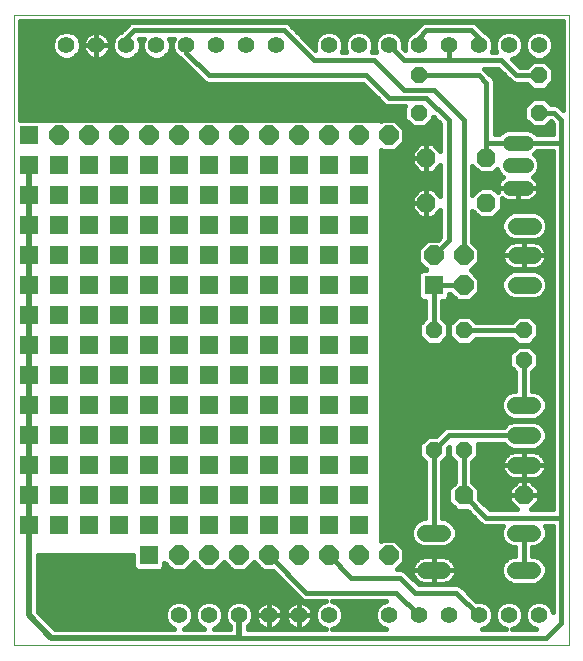
<source format=gtl>
G75*
G70*
%OFA0B0*%
%FSLAX24Y24*%
%IPPOS*%
%LPD*%
%AMOC8*
5,1,8,0,0,1.08239X$1,22.5*
%
%ADD10C,0.0000*%
%ADD11C,0.0555*%
%ADD12C,0.0560*%
%ADD13C,0.0516*%
%ADD14OC8,0.0560*%
%ADD15R,0.0640X0.0640*%
%ADD16OC8,0.0640*%
%ADD17OC8,0.0630*%
%ADD18C,0.0160*%
%ADD19R,0.0600X0.0600*%
%ADD20C,0.0200*%
%ADD21C,0.0400*%
D10*
X000181Y000343D02*
X000181Y021343D01*
X018681Y021343D01*
X018681Y000343D01*
X000181Y000343D01*
D11*
X005681Y001343D03*
X006681Y001343D03*
X007681Y001343D03*
X008681Y001343D03*
X009681Y001343D03*
X010681Y001343D03*
X012681Y001343D03*
X013681Y001343D03*
X014681Y001343D03*
X015681Y001343D03*
X016681Y001343D03*
X017681Y001343D03*
X017681Y020343D03*
X016681Y020343D03*
X015681Y020343D03*
X014681Y020343D03*
X013681Y020343D03*
X012681Y020343D03*
X011681Y020343D03*
X010681Y020343D03*
X008931Y020343D03*
X007931Y020343D03*
X006931Y020343D03*
X005931Y020343D03*
X004931Y020343D03*
X003931Y020343D03*
X002931Y020343D03*
X001931Y020343D03*
D12*
X016912Y014326D02*
X017472Y014326D01*
X017472Y013342D02*
X016912Y013342D01*
X016912Y012358D02*
X017472Y012358D01*
X017461Y008343D02*
X016901Y008343D01*
X016901Y007343D02*
X017461Y007343D01*
X017461Y006343D02*
X016901Y006343D01*
X016901Y004093D02*
X017461Y004093D01*
X017461Y002843D02*
X016901Y002843D01*
X014461Y002843D02*
X013901Y002843D01*
X013901Y004093D02*
X014461Y004093D01*
D13*
X016723Y015591D02*
X017238Y015591D01*
X017238Y016343D02*
X016723Y016343D01*
X016723Y017091D02*
X017238Y017091D01*
D14*
X017681Y018093D03*
X017681Y019343D03*
X013681Y019343D03*
X013681Y018093D03*
X014181Y010843D03*
X015181Y010843D03*
X017181Y010843D03*
X017181Y009843D03*
X015181Y006843D03*
X014181Y006843D03*
D15*
X014181Y012343D03*
X000681Y017343D03*
X004681Y003343D03*
D16*
X005681Y003343D03*
X006681Y003343D03*
X007681Y003343D03*
X008681Y003343D03*
X009681Y003343D03*
X010681Y003343D03*
X011681Y003343D03*
X012681Y003343D03*
X015181Y012343D03*
X015181Y013343D03*
X014181Y013343D03*
X012681Y017343D03*
X011681Y017343D03*
X010681Y017343D03*
X009681Y017343D03*
X008681Y017343D03*
X007681Y017343D03*
X006681Y017343D03*
X005681Y017343D03*
X004681Y017343D03*
X003681Y017343D03*
X002681Y017343D03*
X001681Y017343D03*
D17*
X013931Y016593D03*
X015931Y016593D03*
X015931Y015093D03*
X013931Y015093D03*
X015181Y005343D03*
X017181Y005343D03*
D18*
X017181Y005342D01*
X016686Y005342D01*
X016686Y005138D01*
X016951Y004873D01*
X016047Y004873D01*
X015696Y005224D01*
X015696Y005556D01*
X015461Y005791D01*
X015461Y006444D01*
X015661Y006644D01*
X015661Y007041D01*
X015640Y007063D01*
X016503Y007063D01*
X016629Y006936D01*
X016806Y006863D01*
X017557Y006863D01*
X017733Y006936D01*
X017868Y007071D01*
X017941Y007247D01*
X017941Y007438D01*
X017868Y007615D01*
X017733Y007750D01*
X017557Y007823D01*
X016806Y007823D01*
X016629Y007750D01*
X016503Y007623D01*
X014737Y007623D01*
X014626Y007623D01*
X014523Y007580D01*
X014265Y007323D01*
X013983Y007323D01*
X013701Y007041D01*
X013701Y006644D01*
X013901Y006444D01*
X013901Y004573D01*
X013806Y004573D01*
X013629Y004500D01*
X013494Y004365D01*
X013421Y004188D01*
X013421Y003997D01*
X013494Y003821D01*
X013629Y003686D01*
X013806Y003613D01*
X014557Y003613D01*
X014733Y003686D01*
X014868Y003821D01*
X014941Y003997D01*
X014941Y004188D01*
X014868Y004365D01*
X014733Y004500D01*
X014557Y004573D01*
X014461Y004573D01*
X014461Y006444D01*
X014661Y006644D01*
X014661Y006927D01*
X014701Y006967D01*
X014701Y006644D01*
X014901Y006444D01*
X014901Y005791D01*
X014666Y005556D01*
X014666Y005129D01*
X014968Y004828D01*
X015300Y004828D01*
X015694Y004434D01*
X015773Y004355D01*
X015876Y004313D01*
X016473Y004313D01*
X016421Y004188D01*
X016421Y003997D01*
X016494Y003821D01*
X016629Y003686D01*
X016806Y003613D01*
X016901Y003613D01*
X016901Y003323D01*
X016806Y003323D01*
X016629Y003250D01*
X016494Y003115D01*
X016421Y002938D01*
X016421Y002747D01*
X016494Y002571D01*
X016629Y002436D01*
X016806Y002363D01*
X017557Y002363D01*
X017733Y002436D01*
X017868Y002571D01*
X017941Y002747D01*
X017941Y002938D01*
X017868Y003115D01*
X017733Y003250D01*
X017557Y003323D01*
X017461Y003323D01*
X017461Y003613D01*
X017557Y003613D01*
X017733Y003686D01*
X017868Y003821D01*
X017941Y003997D01*
X017941Y004188D01*
X017890Y004313D01*
X018151Y004313D01*
X018151Y001456D01*
X018086Y001613D01*
X017952Y001747D01*
X017776Y001820D01*
X017586Y001820D01*
X017411Y001747D01*
X017277Y001613D01*
X017204Y001438D01*
X017204Y001248D01*
X017277Y001072D01*
X017411Y000938D01*
X017569Y000873D01*
X016794Y000873D01*
X016952Y000938D01*
X017086Y001072D01*
X017159Y001248D01*
X017159Y001438D01*
X017086Y001613D01*
X016952Y001747D01*
X016776Y001820D01*
X016586Y001820D01*
X016411Y001747D01*
X016277Y001613D01*
X016204Y001438D01*
X016204Y001248D01*
X016277Y001072D01*
X016411Y000938D01*
X016569Y000873D01*
X015794Y000873D01*
X015952Y000938D01*
X016086Y001072D01*
X016159Y001248D01*
X016159Y001438D01*
X016086Y001613D01*
X015952Y001747D01*
X015776Y001820D01*
X015600Y001820D01*
X015169Y002251D01*
X015090Y002330D01*
X014987Y002373D01*
X013672Y002373D01*
X013294Y002751D01*
X013215Y002830D01*
X013112Y002873D01*
X012947Y002873D01*
X013201Y003127D01*
X013201Y003558D01*
X012897Y003863D01*
X012466Y003863D01*
X012431Y003828D01*
X012431Y016857D01*
X012466Y016823D01*
X012897Y016823D01*
X013201Y017127D01*
X013201Y017558D01*
X012897Y017863D01*
X012466Y017863D01*
X012431Y017828D01*
X012431Y017843D01*
X011917Y017843D01*
X011897Y017863D01*
X011466Y017863D01*
X011446Y017843D01*
X010917Y017843D01*
X010897Y017863D01*
X010466Y017863D01*
X010446Y017843D01*
X009917Y017843D01*
X009897Y017863D01*
X009466Y017863D01*
X009446Y017843D01*
X008917Y017843D01*
X008897Y017863D01*
X008466Y017863D01*
X008446Y017843D01*
X007917Y017843D01*
X007897Y017863D01*
X007466Y017863D01*
X007446Y017843D01*
X006917Y017843D01*
X006897Y017863D01*
X006466Y017863D01*
X006446Y017843D01*
X005917Y017843D01*
X005897Y017863D01*
X005466Y017863D01*
X005446Y017843D01*
X004917Y017843D01*
X004897Y017863D01*
X004466Y017863D01*
X004446Y017843D01*
X003917Y017843D01*
X003897Y017863D01*
X003466Y017863D01*
X003446Y017843D01*
X002917Y017843D01*
X002897Y017863D01*
X002466Y017863D01*
X002446Y017843D01*
X001917Y017843D01*
X001897Y017863D01*
X001466Y017863D01*
X001446Y017843D01*
X001104Y017843D01*
X001084Y017863D01*
X000381Y017863D01*
X000381Y021143D01*
X018481Y021143D01*
X018481Y018189D01*
X018340Y018330D01*
X018237Y018373D01*
X018126Y018373D01*
X018080Y018373D01*
X017880Y018573D01*
X017483Y018573D01*
X017201Y018291D01*
X017201Y017894D01*
X017483Y017613D01*
X017880Y017613D01*
X018073Y017805D01*
X018151Y017727D01*
X018151Y017373D01*
X017604Y017373D01*
X017498Y017479D01*
X017329Y017548D01*
X016632Y017548D01*
X016464Y017479D01*
X016357Y017373D01*
X016211Y017373D01*
X016211Y019037D01*
X016211Y019148D01*
X016169Y019251D01*
X015919Y019501D01*
X015857Y019563D01*
X016315Y019563D01*
X016694Y019184D01*
X016773Y019105D01*
X016876Y019063D01*
X017283Y019063D01*
X017483Y018863D01*
X017880Y018863D01*
X018161Y019144D01*
X018161Y019541D01*
X017880Y019823D01*
X017483Y019823D01*
X017283Y019623D01*
X017047Y019623D01*
X016796Y019874D01*
X016952Y019938D01*
X017086Y020072D01*
X017159Y020248D01*
X017159Y020438D01*
X017086Y020613D01*
X016952Y020747D01*
X016776Y020820D01*
X016586Y020820D01*
X016411Y020747D01*
X016277Y020613D01*
X016204Y020438D01*
X016204Y020248D01*
X016256Y020123D01*
X016107Y020123D01*
X016159Y020248D01*
X016159Y020438D01*
X016086Y020613D01*
X015952Y020747D01*
X015902Y020768D01*
X015840Y020830D01*
X015840Y020830D01*
X015590Y021080D01*
X015487Y021123D01*
X015376Y021123D01*
X013876Y021123D01*
X013773Y021080D01*
X013694Y021001D01*
X013523Y020830D01*
X013523Y020830D01*
X013461Y020768D01*
X013411Y020747D01*
X013277Y020613D01*
X013204Y020438D01*
X013204Y020248D01*
X013226Y020194D01*
X013159Y020261D01*
X013159Y020438D01*
X013086Y020613D01*
X012952Y020747D01*
X012776Y020820D01*
X012586Y020820D01*
X012411Y020747D01*
X012277Y020613D01*
X012204Y020438D01*
X012204Y020248D01*
X012260Y020113D01*
X012237Y020123D01*
X012126Y020123D01*
X012107Y020123D01*
X012159Y020248D01*
X012159Y020438D01*
X012086Y020613D01*
X011952Y020747D01*
X011776Y020820D01*
X011586Y020820D01*
X011411Y020747D01*
X011277Y020613D01*
X011204Y020438D01*
X011204Y020248D01*
X011256Y020123D01*
X011107Y020123D01*
X011159Y020248D01*
X011159Y020438D01*
X011086Y020613D01*
X010952Y020747D01*
X010776Y020820D01*
X010586Y020820D01*
X010411Y020747D01*
X010277Y020613D01*
X010204Y020438D01*
X010204Y020248D01*
X010226Y020194D01*
X009340Y021080D01*
X009237Y021123D01*
X009126Y021123D01*
X004126Y021123D01*
X004023Y021080D01*
X003944Y021001D01*
X003711Y020768D01*
X003661Y020747D01*
X003527Y020613D01*
X003454Y020438D01*
X003454Y020248D01*
X003527Y020072D01*
X003661Y019938D01*
X003836Y019865D01*
X004026Y019865D01*
X004202Y019938D01*
X004336Y020072D01*
X004409Y020248D01*
X004409Y020438D01*
X004357Y020563D01*
X004506Y020563D01*
X004454Y020438D01*
X004454Y020248D01*
X004527Y020072D01*
X004661Y019938D01*
X004836Y019865D01*
X005026Y019865D01*
X005202Y019938D01*
X005336Y020072D01*
X005409Y020248D01*
X005409Y020438D01*
X005357Y020563D01*
X005506Y020563D01*
X005454Y020438D01*
X005454Y020248D01*
X005527Y020072D01*
X005661Y019938D01*
X005711Y019917D01*
X005773Y019855D01*
X006444Y019184D01*
X006523Y019105D01*
X006626Y019063D01*
X011815Y019063D01*
X012444Y018434D01*
X012523Y018355D01*
X012626Y018313D01*
X013223Y018313D01*
X013201Y018291D01*
X013201Y017894D01*
X013483Y017613D01*
X013880Y017613D01*
X014161Y017894D01*
X014161Y017967D01*
X014401Y017727D01*
X014401Y016823D01*
X014136Y017088D01*
X013932Y017088D01*
X013932Y016593D01*
X013931Y016593D01*
X013931Y016592D01*
X013932Y016592D01*
X013932Y016098D01*
X014136Y016098D01*
X014401Y016363D01*
X014401Y015323D01*
X014136Y015588D01*
X013932Y015588D01*
X013932Y015093D01*
X013931Y015093D01*
X013931Y015092D01*
X013932Y015092D01*
X013932Y014598D01*
X014136Y014598D01*
X014401Y014863D01*
X014401Y013959D01*
X014305Y013863D01*
X013966Y013863D01*
X013661Y013558D01*
X013661Y013127D01*
X013926Y012863D01*
X013779Y012863D01*
X013661Y012746D01*
X013661Y011940D01*
X013779Y011823D01*
X013901Y011823D01*
X013901Y011241D01*
X013701Y011041D01*
X013701Y010644D01*
X013983Y010363D01*
X014380Y010363D01*
X014661Y010644D01*
X014661Y011041D01*
X014461Y011241D01*
X014461Y011823D01*
X014584Y011823D01*
X014701Y011940D01*
X014701Y012063D01*
X014726Y012063D01*
X014966Y011823D01*
X015397Y011823D01*
X015701Y012127D01*
X015701Y012558D01*
X015417Y012843D01*
X015701Y013127D01*
X015701Y013558D01*
X015461Y013798D01*
X015461Y014834D01*
X015718Y014578D01*
X016145Y014578D01*
X016446Y014879D01*
X016446Y015250D01*
X016493Y015216D01*
X016555Y015185D01*
X016620Y015164D01*
X016688Y015153D01*
X016980Y015153D01*
X016980Y015590D01*
X016981Y015590D01*
X016981Y015153D01*
X017273Y015153D01*
X017341Y015164D01*
X017406Y015185D01*
X017468Y015216D01*
X017524Y015257D01*
X017572Y015305D01*
X017613Y015361D01*
X017644Y015423D01*
X017665Y015488D01*
X017676Y015556D01*
X017676Y015590D01*
X016981Y015590D01*
X016981Y015591D01*
X017676Y015591D01*
X017676Y015625D01*
X017665Y015693D01*
X017644Y015759D01*
X017613Y015820D01*
X017572Y015876D01*
X017524Y015925D01*
X017488Y015951D01*
X017498Y015955D01*
X017626Y016083D01*
X017696Y016252D01*
X017696Y016434D01*
X017626Y016602D01*
X017512Y016717D01*
X017608Y016813D01*
X018151Y016813D01*
X018151Y004873D01*
X017411Y004873D01*
X017676Y005138D01*
X017676Y005342D01*
X017182Y005342D01*
X017182Y005343D01*
X017676Y005343D01*
X017676Y005548D01*
X017386Y005838D01*
X017182Y005838D01*
X017182Y005343D01*
X017181Y005343D01*
X016686Y005343D01*
X016686Y005548D01*
X016976Y005838D01*
X017181Y005838D01*
X017181Y005343D01*
X017181Y005416D02*
X017182Y005416D01*
X017181Y005575D02*
X017182Y005575D01*
X017181Y005733D02*
X017182Y005733D01*
X017181Y005883D02*
X016865Y005883D01*
X016794Y005894D01*
X016725Y005916D01*
X016660Y005949D01*
X016602Y005992D01*
X016551Y006043D01*
X016508Y006102D01*
X016475Y006166D01*
X016453Y006235D01*
X016441Y006306D01*
X016441Y006342D01*
X017181Y006342D01*
X017182Y006342D01*
X017182Y006343D01*
X017921Y006343D01*
X017921Y006379D01*
X017910Y006450D01*
X017888Y006519D01*
X017855Y006584D01*
X017812Y006642D01*
X017761Y006694D01*
X017702Y006736D01*
X017638Y006769D01*
X017569Y006791D01*
X017498Y006803D01*
X017182Y006803D01*
X017182Y006343D01*
X017181Y006343D01*
X017181Y006342D01*
X017181Y005883D01*
X017182Y005883D02*
X017498Y005883D01*
X017569Y005894D01*
X017638Y005916D01*
X017702Y005949D01*
X017761Y005992D01*
X017812Y006043D01*
X017855Y006102D01*
X017888Y006166D01*
X017910Y006235D01*
X017921Y006306D01*
X017921Y006342D01*
X017182Y006342D01*
X017182Y005883D01*
X017181Y005892D02*
X017182Y005892D01*
X017181Y006050D02*
X017182Y006050D01*
X017181Y006209D02*
X017182Y006209D01*
X017181Y006343D02*
X016441Y006343D01*
X016441Y006379D01*
X016453Y006450D01*
X016475Y006519D01*
X016508Y006584D01*
X016551Y006642D01*
X016602Y006694D01*
X016660Y006736D01*
X016725Y006769D01*
X016794Y006791D01*
X016865Y006803D01*
X017181Y006803D01*
X017181Y006343D01*
X017181Y006367D02*
X017182Y006367D01*
X017181Y006526D02*
X017182Y006526D01*
X017181Y006684D02*
X017182Y006684D01*
X017770Y006684D02*
X018151Y006684D01*
X018151Y006526D02*
X017884Y006526D01*
X017921Y006367D02*
X018151Y006367D01*
X018151Y006209D02*
X017902Y006209D01*
X017817Y006050D02*
X018151Y006050D01*
X018151Y005892D02*
X017554Y005892D01*
X017491Y005733D02*
X018151Y005733D01*
X018151Y005575D02*
X017649Y005575D01*
X017676Y005416D02*
X018151Y005416D01*
X018151Y005258D02*
X017676Y005258D01*
X017638Y005099D02*
X018151Y005099D01*
X018151Y004940D02*
X017479Y004940D01*
X016884Y004940D02*
X015980Y004940D01*
X015821Y005099D02*
X016725Y005099D01*
X016686Y005258D02*
X015696Y005258D01*
X015696Y005416D02*
X016686Y005416D01*
X016713Y005575D02*
X015678Y005575D01*
X015519Y005733D02*
X016872Y005733D01*
X016808Y005892D02*
X015461Y005892D01*
X015461Y006050D02*
X016545Y006050D01*
X016461Y006209D02*
X015461Y006209D01*
X015461Y006367D02*
X016441Y006367D01*
X016479Y006526D02*
X015543Y006526D01*
X015661Y006684D02*
X016593Y006684D01*
X016564Y007001D02*
X015661Y007001D01*
X015661Y006843D02*
X018151Y006843D01*
X018151Y007001D02*
X017799Y007001D01*
X017905Y007160D02*
X018151Y007160D01*
X018151Y007319D02*
X017941Y007319D01*
X017925Y007477D02*
X018151Y007477D01*
X018151Y007636D02*
X017847Y007636D01*
X017626Y007794D02*
X018151Y007794D01*
X018151Y007953D02*
X017750Y007953D01*
X017733Y007936D02*
X017868Y008071D01*
X017941Y008247D01*
X017941Y008438D01*
X017868Y008615D01*
X017733Y008750D01*
X017557Y008823D01*
X017461Y008823D01*
X017461Y009444D01*
X017661Y009644D01*
X017661Y010041D01*
X017380Y010323D01*
X016983Y010323D01*
X016701Y010041D01*
X016701Y009644D01*
X016901Y009444D01*
X016901Y008823D01*
X016806Y008823D01*
X016629Y008750D01*
X016494Y008615D01*
X016421Y008438D01*
X016421Y008247D01*
X016494Y008071D01*
X016629Y007936D01*
X016806Y007863D01*
X017557Y007863D01*
X017733Y007936D01*
X017885Y008111D02*
X018151Y008111D01*
X018151Y008270D02*
X017941Y008270D01*
X017941Y008428D02*
X018151Y008428D01*
X018151Y008587D02*
X017880Y008587D01*
X017737Y008745D02*
X018151Y008745D01*
X018151Y008904D02*
X017461Y008904D01*
X017461Y009063D02*
X018151Y009063D01*
X018151Y009221D02*
X017461Y009221D01*
X017461Y009380D02*
X018151Y009380D01*
X018151Y009538D02*
X017556Y009538D01*
X017661Y009697D02*
X018151Y009697D01*
X018151Y009855D02*
X017661Y009855D01*
X017661Y010014D02*
X018151Y010014D01*
X018151Y010172D02*
X017530Y010172D01*
X017380Y010363D02*
X017661Y010644D01*
X017661Y011041D01*
X017380Y011323D01*
X016983Y011323D01*
X016783Y011123D01*
X015580Y011123D01*
X015380Y011323D01*
X014983Y011323D01*
X014701Y011041D01*
X014701Y010644D01*
X014983Y010363D01*
X015380Y010363D01*
X015580Y010563D01*
X016783Y010563D01*
X016983Y010363D01*
X017380Y010363D01*
X017507Y010489D02*
X018151Y010489D01*
X018151Y010331D02*
X012431Y010331D01*
X012431Y010489D02*
X013856Y010489D01*
X013701Y010648D02*
X012431Y010648D01*
X012431Y010807D02*
X013701Y010807D01*
X013701Y010965D02*
X012431Y010965D01*
X012431Y011124D02*
X013784Y011124D01*
X013901Y011282D02*
X012431Y011282D01*
X012431Y011441D02*
X013901Y011441D01*
X013901Y011599D02*
X012431Y011599D01*
X012431Y011758D02*
X013901Y011758D01*
X013685Y011916D02*
X012431Y011916D01*
X012431Y012075D02*
X013661Y012075D01*
X013661Y012233D02*
X012431Y012233D01*
X012431Y012392D02*
X013661Y012392D01*
X013661Y012551D02*
X012431Y012551D01*
X012431Y012709D02*
X013661Y012709D01*
X013921Y012868D02*
X012431Y012868D01*
X012431Y013026D02*
X013763Y013026D01*
X013661Y013185D02*
X012431Y013185D01*
X012431Y013343D02*
X013661Y013343D01*
X013661Y013502D02*
X012431Y013502D01*
X012431Y013660D02*
X013764Y013660D01*
X013922Y013819D02*
X012431Y013819D01*
X012431Y013977D02*
X014401Y013977D01*
X014401Y014136D02*
X012431Y014136D01*
X012431Y014294D02*
X014401Y014294D01*
X014401Y014453D02*
X012431Y014453D01*
X012431Y014612D02*
X013712Y014612D01*
X013726Y014598D02*
X013931Y014598D01*
X013931Y015092D01*
X013436Y015092D01*
X013436Y014888D01*
X013726Y014598D01*
X013931Y014612D02*
X013932Y014612D01*
X013931Y014770D02*
X013932Y014770D01*
X013931Y014929D02*
X013932Y014929D01*
X013931Y015087D02*
X013932Y015087D01*
X013931Y015093D02*
X013436Y015093D01*
X013436Y015298D01*
X013726Y015588D01*
X013931Y015588D01*
X013931Y015093D01*
X013931Y015246D02*
X013932Y015246D01*
X013931Y015404D02*
X013932Y015404D01*
X013931Y015563D02*
X013932Y015563D01*
X014161Y015563D02*
X014401Y015563D01*
X014401Y015721D02*
X012431Y015721D01*
X012431Y015563D02*
X013702Y015563D01*
X013543Y015404D02*
X012431Y015404D01*
X012431Y015246D02*
X013436Y015246D01*
X013436Y015087D02*
X012431Y015087D01*
X012431Y014929D02*
X013436Y014929D01*
X013554Y014770D02*
X012431Y014770D01*
X012431Y015880D02*
X014401Y015880D01*
X014401Y016038D02*
X012431Y016038D01*
X012431Y016197D02*
X013627Y016197D01*
X013726Y016098D02*
X013931Y016098D01*
X013931Y016592D01*
X013436Y016592D01*
X013436Y016388D01*
X013726Y016098D01*
X013931Y016197D02*
X013932Y016197D01*
X013931Y016356D02*
X013932Y016356D01*
X013931Y016514D02*
X013932Y016514D01*
X013931Y016593D02*
X013436Y016593D01*
X013436Y016798D01*
X013726Y017088D01*
X013931Y017088D01*
X013931Y016593D01*
X013931Y016673D02*
X013932Y016673D01*
X013931Y016831D02*
X013932Y016831D01*
X013931Y016990D02*
X013932Y016990D01*
X014234Y016990D02*
X014401Y016990D01*
X014401Y017148D02*
X013201Y017148D01*
X013201Y017307D02*
X014401Y017307D01*
X014401Y017465D02*
X013201Y017465D01*
X013136Y017624D02*
X013471Y017624D01*
X013313Y017782D02*
X012977Y017782D01*
X013201Y017941D02*
X000381Y017941D01*
X000381Y018100D02*
X013201Y018100D01*
X013201Y018258D02*
X000381Y018258D01*
X000381Y018417D02*
X012461Y018417D01*
X012303Y018575D02*
X000381Y018575D01*
X000381Y018734D02*
X012144Y018734D01*
X011986Y018892D02*
X000381Y018892D01*
X000381Y019051D02*
X011827Y019051D01*
X011931Y019343D02*
X012681Y018593D01*
X013931Y018593D01*
X014681Y017843D01*
X014681Y013843D01*
X014181Y013343D01*
X015181Y013343D02*
X015181Y017843D01*
X014181Y018843D01*
X013181Y018843D01*
X012181Y019843D01*
X010181Y019843D01*
X009181Y020843D01*
X004181Y020843D01*
X003931Y020593D01*
X003931Y020343D01*
X003490Y020161D02*
X003352Y020161D01*
X003355Y020167D02*
X003378Y020236D01*
X003389Y020307D01*
X003389Y020342D01*
X002932Y020342D01*
X002932Y020343D01*
X003389Y020343D01*
X003389Y020379D01*
X003378Y020450D01*
X003355Y020518D01*
X003323Y020582D01*
X003280Y020641D01*
X003229Y020692D01*
X003171Y020734D01*
X003107Y020767D01*
X003039Y020789D01*
X002967Y020800D01*
X002932Y020800D01*
X002932Y020343D01*
X002931Y020343D01*
X002931Y020342D01*
X002932Y020342D01*
X002932Y019885D01*
X002967Y019885D01*
X003039Y019896D01*
X003107Y019919D01*
X003171Y019951D01*
X003229Y019994D01*
X003280Y020045D01*
X003323Y020103D01*
X003355Y020167D01*
X003389Y020319D02*
X003454Y020319D01*
X003471Y020478D02*
X003369Y020478D01*
X003284Y020636D02*
X003550Y020636D01*
X003738Y020795D02*
X003001Y020795D01*
X002932Y020795D02*
X002931Y020795D01*
X002931Y020800D02*
X002895Y020800D01*
X002824Y020789D01*
X002756Y020767D01*
X002692Y020734D01*
X002633Y020692D01*
X002582Y020641D01*
X002540Y020582D01*
X002507Y020518D01*
X002485Y020450D01*
X002474Y020379D01*
X002474Y020343D01*
X002931Y020343D01*
X002931Y020800D01*
X002862Y020795D02*
X002088Y020795D01*
X002026Y020820D02*
X001836Y020820D01*
X001661Y020747D01*
X001527Y020613D01*
X001454Y020438D01*
X001454Y020248D01*
X001527Y020072D01*
X001661Y019938D01*
X001836Y019865D01*
X002026Y019865D01*
X002202Y019938D01*
X002336Y020072D01*
X002409Y020248D01*
X002409Y020438D01*
X002336Y020613D01*
X002202Y020747D01*
X002026Y020820D01*
X001775Y020795D02*
X000381Y020795D01*
X000381Y020953D02*
X003896Y020953D01*
X003944Y021001D02*
X003944Y021001D01*
X004100Y021112D02*
X000381Y021112D01*
X000381Y020636D02*
X001550Y020636D01*
X001471Y020478D02*
X000381Y020478D01*
X000381Y020319D02*
X001454Y020319D01*
X001490Y020161D02*
X000381Y020161D01*
X000381Y020002D02*
X001597Y020002D01*
X002266Y020002D02*
X002625Y020002D01*
X002633Y019994D02*
X002692Y019951D01*
X002756Y019919D01*
X002824Y019896D01*
X002895Y019885D01*
X002931Y019885D01*
X002931Y020342D01*
X002474Y020342D01*
X002474Y020307D01*
X002485Y020236D01*
X002507Y020167D01*
X002540Y020103D01*
X002582Y020045D01*
X002633Y019994D01*
X002511Y020161D02*
X002373Y020161D01*
X002409Y020319D02*
X002474Y020319D01*
X002494Y020478D02*
X002392Y020478D01*
X002313Y020636D02*
X002579Y020636D01*
X002931Y020636D02*
X002932Y020636D01*
X002931Y020478D02*
X002932Y020478D01*
X002931Y020319D02*
X002932Y020319D01*
X002931Y020161D02*
X002932Y020161D01*
X002931Y020002D02*
X002932Y020002D01*
X003238Y020002D02*
X003597Y020002D01*
X004266Y020002D02*
X004597Y020002D01*
X004490Y020161D02*
X004373Y020161D01*
X004409Y020319D02*
X004454Y020319D01*
X004471Y020478D02*
X004392Y020478D01*
X005266Y020002D02*
X005597Y020002D01*
X005490Y020161D02*
X005373Y020161D01*
X005409Y020319D02*
X005454Y020319D01*
X005471Y020478D02*
X005392Y020478D01*
X005931Y020343D02*
X005931Y020093D01*
X006681Y019343D01*
X011931Y019343D01*
X012681Y020343D02*
X013181Y019843D01*
X014681Y019843D01*
X014681Y020343D01*
X014681Y019843D02*
X016431Y019843D01*
X016931Y019343D01*
X017681Y019343D01*
X018161Y019368D02*
X018481Y019368D01*
X018481Y019526D02*
X018161Y019526D01*
X018018Y019685D02*
X018481Y019685D01*
X018481Y019844D02*
X016826Y019844D01*
X016985Y019685D02*
X017345Y019685D01*
X017411Y019938D02*
X017586Y019865D01*
X017776Y019865D01*
X017952Y019938D01*
X018086Y020072D01*
X018159Y020248D01*
X018159Y020438D01*
X018086Y020613D01*
X017952Y020747D01*
X017776Y020820D01*
X017586Y020820D01*
X017411Y020747D01*
X017277Y020613D01*
X017204Y020438D01*
X017204Y020248D01*
X017277Y020072D01*
X017411Y019938D01*
X017347Y020002D02*
X017016Y020002D01*
X017123Y020161D02*
X017240Y020161D01*
X017204Y020319D02*
X017159Y020319D01*
X017142Y020478D02*
X017221Y020478D01*
X017300Y020636D02*
X017063Y020636D01*
X016838Y020795D02*
X017525Y020795D01*
X017838Y020795D02*
X018481Y020795D01*
X018481Y020953D02*
X015717Y020953D01*
X015875Y020795D02*
X016525Y020795D01*
X016300Y020636D02*
X016063Y020636D01*
X016142Y020478D02*
X016221Y020478D01*
X016204Y020319D02*
X016159Y020319D01*
X016123Y020161D02*
X016240Y020161D01*
X015681Y020343D02*
X015681Y020593D01*
X015431Y020843D01*
X013931Y020843D01*
X013681Y020593D01*
X013681Y020343D01*
X013204Y020319D02*
X013159Y020319D01*
X013142Y020478D02*
X013221Y020478D01*
X013300Y020636D02*
X013063Y020636D01*
X012838Y020795D02*
X013488Y020795D01*
X013646Y020953D02*
X009467Y020953D01*
X009625Y020795D02*
X010525Y020795D01*
X010300Y020636D02*
X009784Y020636D01*
X009942Y020478D02*
X010221Y020478D01*
X010204Y020319D02*
X010101Y020319D01*
X010838Y020795D02*
X011525Y020795D01*
X011300Y020636D02*
X011063Y020636D01*
X011142Y020478D02*
X011221Y020478D01*
X011204Y020319D02*
X011159Y020319D01*
X011123Y020161D02*
X011240Y020161D01*
X012123Y020161D02*
X012240Y020161D01*
X012204Y020319D02*
X012159Y020319D01*
X012142Y020478D02*
X012221Y020478D01*
X012300Y020636D02*
X012063Y020636D01*
X011838Y020795D02*
X012525Y020795D01*
X013694Y021001D02*
X013694Y021001D01*
X013850Y021112D02*
X009263Y021112D01*
X006102Y019526D02*
X000381Y019526D01*
X000381Y019368D02*
X006260Y019368D01*
X006419Y019209D02*
X000381Y019209D01*
X000381Y019685D02*
X005943Y019685D01*
X005785Y019844D02*
X000381Y019844D01*
X012431Y016831D02*
X012458Y016831D01*
X012431Y016673D02*
X013436Y016673D01*
X013436Y016514D02*
X012431Y016514D01*
X012431Y016356D02*
X013469Y016356D01*
X014236Y016197D02*
X014401Y016197D01*
X014394Y016356D02*
X014401Y016356D01*
X014393Y016831D02*
X014401Y016831D01*
X013628Y016990D02*
X013064Y016990D01*
X012905Y016831D02*
X013470Y016831D01*
X013891Y017624D02*
X014401Y017624D01*
X014346Y017782D02*
X014050Y017782D01*
X014161Y017941D02*
X014187Y017941D01*
X015931Y017093D02*
X016979Y017093D01*
X016981Y017091D01*
X016983Y017093D01*
X018431Y017093D01*
X018431Y017843D01*
X018181Y018093D01*
X017681Y018093D01*
X017201Y018100D02*
X016211Y018100D01*
X016211Y018258D02*
X017201Y018258D01*
X017327Y018417D02*
X016211Y018417D01*
X016211Y018575D02*
X018481Y018575D01*
X018481Y018417D02*
X018036Y018417D01*
X018412Y018258D02*
X018481Y018258D01*
X018096Y017782D02*
X018050Y017782D01*
X018151Y017624D02*
X017891Y017624D01*
X018151Y017465D02*
X017511Y017465D01*
X017471Y017624D02*
X016211Y017624D01*
X016211Y017782D02*
X017313Y017782D01*
X017201Y017941D02*
X016211Y017941D01*
X016211Y017465D02*
X016450Y017465D01*
X015931Y017093D02*
X015931Y016593D01*
X015931Y019093D01*
X015681Y019343D01*
X013681Y019343D01*
X015894Y019526D02*
X016352Y019526D01*
X016510Y019368D02*
X016052Y019368D01*
X016186Y019209D02*
X016669Y019209D01*
X016211Y019051D02*
X017294Y019051D01*
X017453Y018892D02*
X016211Y018892D01*
X016211Y018734D02*
X018481Y018734D01*
X018481Y018892D02*
X017910Y018892D01*
X018068Y019051D02*
X018481Y019051D01*
X018481Y019209D02*
X018161Y019209D01*
X018016Y020002D02*
X018481Y020002D01*
X018481Y020161D02*
X018123Y020161D01*
X018159Y020319D02*
X018481Y020319D01*
X018481Y020478D02*
X018142Y020478D01*
X018063Y020636D02*
X018481Y020636D01*
X018481Y021112D02*
X015513Y021112D01*
X018431Y017093D02*
X018431Y004593D01*
X015931Y004593D01*
X015181Y005343D01*
X015181Y006843D01*
X014701Y006843D02*
X014661Y006843D01*
X014661Y006684D02*
X014701Y006684D01*
X014819Y006526D02*
X014543Y006526D01*
X014461Y006367D02*
X014901Y006367D01*
X014901Y006209D02*
X014461Y006209D01*
X014461Y006050D02*
X014901Y006050D01*
X014901Y005892D02*
X014461Y005892D01*
X014461Y005733D02*
X014844Y005733D01*
X014685Y005575D02*
X014461Y005575D01*
X014461Y005416D02*
X014666Y005416D01*
X014666Y005258D02*
X014461Y005258D01*
X014461Y005099D02*
X014697Y005099D01*
X014855Y004940D02*
X014461Y004940D01*
X014461Y004782D02*
X015346Y004782D01*
X015505Y004623D02*
X014461Y004623D01*
X014768Y004465D02*
X015663Y004465D01*
X014892Y004306D02*
X016470Y004306D01*
X016421Y004148D02*
X014941Y004148D01*
X014938Y003989D02*
X016425Y003989D01*
X016490Y003831D02*
X014872Y003831D01*
X014700Y003672D02*
X016662Y003672D01*
X016901Y003514D02*
X013201Y003514D01*
X013201Y003355D02*
X016901Y003355D01*
X016576Y003196D02*
X014757Y003196D01*
X014761Y003194D02*
X014702Y003236D01*
X014638Y003269D01*
X014569Y003291D01*
X014498Y003303D01*
X014182Y003303D01*
X014182Y002843D01*
X014921Y002843D01*
X014921Y002879D01*
X014910Y002950D01*
X014888Y003019D01*
X014855Y003084D01*
X014812Y003142D01*
X014761Y003194D01*
X014878Y003038D02*
X016463Y003038D01*
X016421Y002879D02*
X014921Y002879D01*
X014921Y002842D02*
X014182Y002842D01*
X014182Y002383D01*
X014498Y002383D01*
X014569Y002394D01*
X014638Y002416D01*
X014702Y002449D01*
X014761Y002492D01*
X014812Y002543D01*
X014855Y002602D01*
X014888Y002666D01*
X014910Y002735D01*
X014921Y002806D01*
X014921Y002842D01*
X014905Y002721D02*
X016432Y002721D01*
X016503Y002562D02*
X014826Y002562D01*
X014599Y002404D02*
X016707Y002404D01*
X017181Y002843D02*
X017181Y004093D01*
X017700Y003672D02*
X018151Y003672D01*
X018151Y003514D02*
X017461Y003514D01*
X017461Y003355D02*
X018151Y003355D01*
X018151Y003196D02*
X017786Y003196D01*
X017900Y003038D02*
X018151Y003038D01*
X018151Y002879D02*
X017941Y002879D01*
X017930Y002721D02*
X018151Y002721D01*
X018151Y002562D02*
X017860Y002562D01*
X017656Y002404D02*
X018151Y002404D01*
X018151Y002245D02*
X015175Y002245D01*
X015333Y002087D02*
X018151Y002087D01*
X018151Y001928D02*
X015492Y001928D01*
X015898Y001770D02*
X016464Y001770D01*
X016276Y001611D02*
X016087Y001611D01*
X016153Y001452D02*
X016210Y001452D01*
X016204Y001294D02*
X016159Y001294D01*
X016112Y001135D02*
X016250Y001135D01*
X016372Y000977D02*
X015991Y000977D01*
X015681Y001343D02*
X014931Y002093D01*
X013556Y002093D01*
X013056Y002593D01*
X011431Y002593D01*
X010681Y003343D01*
X009224Y002404D02*
X000981Y002404D01*
X000981Y002562D02*
X009066Y002562D01*
X008907Y002721D02*
X000981Y002721D01*
X000981Y002879D02*
X004222Y002879D01*
X004279Y002823D02*
X005084Y002823D01*
X005201Y002940D01*
X005201Y003087D01*
X005466Y002823D01*
X005897Y002823D01*
X006181Y003107D01*
X006466Y002823D01*
X006897Y002823D01*
X007181Y003107D01*
X007466Y002823D01*
X007897Y002823D01*
X008181Y003107D01*
X008466Y002823D01*
X008805Y002823D01*
X009773Y001855D01*
X009876Y001813D01*
X009987Y001813D01*
X010569Y001813D01*
X010411Y001747D01*
X010277Y001613D01*
X010204Y001438D01*
X010204Y001248D01*
X010277Y001072D01*
X010411Y000938D01*
X010569Y000873D01*
X007981Y000873D01*
X007981Y000967D01*
X008086Y001072D01*
X008159Y001248D01*
X008159Y001438D01*
X008086Y001613D01*
X007952Y001747D01*
X007776Y001820D01*
X007586Y001820D01*
X007411Y001747D01*
X007277Y001613D01*
X007204Y001438D01*
X007204Y001248D01*
X007277Y001072D01*
X007381Y000967D01*
X007381Y000893D01*
X006843Y000893D01*
X006952Y000938D01*
X007086Y001072D01*
X007159Y001248D01*
X007159Y001438D01*
X007086Y001613D01*
X006952Y001747D01*
X006776Y001820D01*
X006586Y001820D01*
X006411Y001747D01*
X006277Y001613D01*
X006204Y001438D01*
X006204Y001248D01*
X006277Y001072D01*
X006411Y000938D01*
X006520Y000893D01*
X005843Y000893D01*
X005952Y000938D01*
X006086Y001072D01*
X006159Y001248D01*
X006159Y001438D01*
X006086Y001613D01*
X005952Y001747D01*
X005776Y001820D01*
X005586Y001820D01*
X005411Y001747D01*
X005277Y001613D01*
X005204Y001438D01*
X005204Y001248D01*
X005277Y001072D01*
X005411Y000938D01*
X005520Y000893D01*
X001556Y000893D01*
X000981Y001467D01*
X000981Y003343D01*
X004161Y003343D01*
X004161Y002940D01*
X004279Y002823D01*
X004161Y003038D02*
X000981Y003038D01*
X000981Y003196D02*
X004161Y003196D01*
X005141Y002879D02*
X005409Y002879D01*
X005251Y003038D02*
X005201Y003038D01*
X005953Y002879D02*
X006409Y002879D01*
X006251Y003038D02*
X006112Y003038D01*
X006953Y002879D02*
X007409Y002879D01*
X007251Y003038D02*
X007112Y003038D01*
X007953Y002879D02*
X008409Y002879D01*
X008251Y003038D02*
X008112Y003038D01*
X008681Y003343D02*
X009931Y002093D01*
X012931Y002093D01*
X013681Y001343D01*
X012569Y001813D02*
X012411Y001747D01*
X012277Y001613D01*
X012204Y001438D01*
X012204Y001248D01*
X012277Y001072D01*
X012411Y000938D01*
X012569Y000873D01*
X010794Y000873D01*
X010952Y000938D01*
X011086Y001072D01*
X011159Y001248D01*
X011159Y001438D01*
X011086Y001613D01*
X010952Y001747D01*
X010794Y001813D01*
X012569Y001813D01*
X012464Y001770D02*
X010898Y001770D01*
X011087Y001611D02*
X012276Y001611D01*
X012210Y001452D02*
X011153Y001452D01*
X011159Y001294D02*
X012204Y001294D01*
X012250Y001135D02*
X011112Y001135D01*
X010991Y000977D02*
X012372Y000977D01*
X010464Y001770D02*
X009848Y001770D01*
X009857Y001767D02*
X009789Y001789D01*
X009717Y001800D01*
X009682Y001800D01*
X009682Y001343D01*
X010139Y001343D01*
X010139Y001379D01*
X010128Y001450D01*
X010105Y001518D01*
X010073Y001582D01*
X010030Y001641D01*
X009979Y001692D01*
X009921Y001734D01*
X009857Y001767D01*
X009682Y001770D02*
X009681Y001770D01*
X009681Y001800D02*
X009645Y001800D01*
X009574Y001789D01*
X009506Y001767D01*
X009442Y001734D01*
X009383Y001692D01*
X009332Y001641D01*
X009290Y001582D01*
X009257Y001518D01*
X009235Y001450D01*
X009224Y001379D01*
X009224Y001343D01*
X009681Y001343D01*
X009681Y001342D01*
X009682Y001342D01*
X009682Y001343D01*
X009681Y001343D01*
X009681Y001800D01*
X009700Y001928D02*
X000981Y001928D01*
X000981Y001770D02*
X005464Y001770D01*
X005276Y001611D02*
X000981Y001611D01*
X000996Y001452D02*
X005210Y001452D01*
X005204Y001294D02*
X001154Y001294D01*
X001313Y001135D02*
X005250Y001135D01*
X005372Y000977D02*
X001471Y000977D01*
X000981Y002087D02*
X009541Y002087D01*
X009383Y002245D02*
X000981Y002245D01*
X005898Y001770D02*
X006464Y001770D01*
X006276Y001611D02*
X006087Y001611D01*
X006153Y001452D02*
X006210Y001452D01*
X006204Y001294D02*
X006159Y001294D01*
X006112Y001135D02*
X006250Y001135D01*
X006372Y000977D02*
X005991Y000977D01*
X006991Y000977D02*
X007372Y000977D01*
X007250Y001135D02*
X007112Y001135D01*
X007159Y001294D02*
X007204Y001294D01*
X007210Y001452D02*
X007153Y001452D01*
X007087Y001611D02*
X007276Y001611D01*
X007464Y001770D02*
X006898Y001770D01*
X007898Y001770D02*
X008515Y001770D01*
X008506Y001767D02*
X008442Y001734D01*
X008383Y001692D01*
X008332Y001641D01*
X008290Y001582D01*
X008257Y001518D01*
X008235Y001450D01*
X008224Y001379D01*
X008224Y001343D01*
X008681Y001343D01*
X008681Y001342D01*
X008682Y001342D01*
X008682Y001343D01*
X009139Y001343D01*
X009139Y001379D01*
X009128Y001450D01*
X009105Y001518D01*
X009073Y001582D01*
X009030Y001641D01*
X008979Y001692D01*
X008921Y001734D01*
X008857Y001767D01*
X008789Y001789D01*
X008717Y001800D01*
X008682Y001800D01*
X008682Y001343D01*
X008681Y001343D01*
X008681Y001800D01*
X008645Y001800D01*
X008574Y001789D01*
X008506Y001767D01*
X008681Y001770D02*
X008682Y001770D01*
X008681Y001611D02*
X008682Y001611D01*
X008681Y001452D02*
X008682Y001452D01*
X008681Y001342D02*
X008224Y001342D01*
X008224Y001307D01*
X008235Y001236D01*
X008257Y001167D01*
X008290Y001103D01*
X008332Y001045D01*
X008383Y000994D01*
X008442Y000951D01*
X008506Y000919D01*
X008574Y000896D01*
X008645Y000885D01*
X008681Y000885D01*
X008681Y001342D01*
X008682Y001342D02*
X008682Y000885D01*
X008717Y000885D01*
X008789Y000896D01*
X008857Y000919D01*
X008921Y000951D01*
X008979Y000994D01*
X009030Y001045D01*
X009073Y001103D01*
X009105Y001167D01*
X009128Y001236D01*
X009139Y001307D01*
X009139Y001342D01*
X008682Y001342D01*
X008681Y001294D02*
X008682Y001294D01*
X008681Y001135D02*
X008682Y001135D01*
X008681Y000977D02*
X008682Y000977D01*
X008956Y000977D02*
X009407Y000977D01*
X009383Y000994D02*
X009442Y000951D01*
X009506Y000919D01*
X009574Y000896D01*
X009645Y000885D01*
X009681Y000885D01*
X009681Y001342D01*
X009224Y001342D01*
X009224Y001307D01*
X009235Y001236D01*
X009257Y001167D01*
X009290Y001103D01*
X009332Y001045D01*
X009383Y000994D01*
X009274Y001135D02*
X009089Y001135D01*
X009137Y001294D02*
X009226Y001294D01*
X009236Y001452D02*
X009127Y001452D01*
X009052Y001611D02*
X009311Y001611D01*
X009515Y001770D02*
X008848Y001770D01*
X008311Y001611D02*
X008087Y001611D01*
X008153Y001452D02*
X008236Y001452D01*
X008226Y001294D02*
X008159Y001294D01*
X008112Y001135D02*
X008274Y001135D01*
X008407Y000977D02*
X007991Y000977D01*
X007681Y000593D02*
X017931Y000593D01*
X018431Y001093D01*
X018431Y004593D01*
X018151Y004306D02*
X017892Y004306D01*
X017941Y004148D02*
X018151Y004148D01*
X018151Y003989D02*
X017938Y003989D01*
X017872Y003831D02*
X018151Y003831D01*
X018151Y001770D02*
X017898Y001770D01*
X018087Y001611D02*
X018151Y001611D01*
X017464Y001770D02*
X016898Y001770D01*
X017087Y001611D02*
X017276Y001611D01*
X017210Y001452D02*
X017153Y001452D01*
X017159Y001294D02*
X017204Y001294D01*
X017250Y001135D02*
X017112Y001135D01*
X016991Y000977D02*
X017372Y000977D01*
X014181Y002383D02*
X014181Y002842D01*
X014182Y002842D01*
X014182Y002843D01*
X014181Y002843D01*
X014181Y002842D01*
X013441Y002842D01*
X013441Y002806D01*
X013453Y002735D01*
X013475Y002666D01*
X013508Y002602D01*
X013551Y002543D01*
X013602Y002492D01*
X013660Y002449D01*
X013725Y002416D01*
X013794Y002394D01*
X013865Y002383D01*
X014181Y002383D01*
X014181Y002404D02*
X014182Y002404D01*
X014181Y002562D02*
X014182Y002562D01*
X014181Y002721D02*
X014182Y002721D01*
X014181Y002843D02*
X013441Y002843D01*
X013441Y002879D01*
X013453Y002950D01*
X013475Y003019D01*
X013508Y003084D01*
X013551Y003142D01*
X013602Y003194D01*
X013660Y003236D01*
X013725Y003269D01*
X013794Y003291D01*
X013865Y003303D01*
X014181Y003303D01*
X014181Y002843D01*
X014181Y002879D02*
X014182Y002879D01*
X014181Y003038D02*
X014182Y003038D01*
X014181Y003196D02*
X014182Y003196D01*
X013606Y003196D02*
X013201Y003196D01*
X013112Y003038D02*
X013485Y003038D01*
X013442Y002879D02*
X012953Y002879D01*
X013324Y002721D02*
X013457Y002721D01*
X013483Y002562D02*
X013537Y002562D01*
X013641Y002404D02*
X013764Y002404D01*
X013662Y003672D02*
X013087Y003672D01*
X012929Y003831D02*
X013490Y003831D01*
X013425Y003989D02*
X012431Y003989D01*
X012431Y003831D02*
X012434Y003831D01*
X012431Y004148D02*
X013421Y004148D01*
X013470Y004306D02*
X012431Y004306D01*
X012431Y004465D02*
X013595Y004465D01*
X013901Y004623D02*
X012431Y004623D01*
X012431Y004782D02*
X013901Y004782D01*
X013901Y004940D02*
X012431Y004940D01*
X012431Y005099D02*
X013901Y005099D01*
X013901Y005258D02*
X012431Y005258D01*
X012431Y005416D02*
X013901Y005416D01*
X013901Y005575D02*
X012431Y005575D01*
X012431Y005733D02*
X013901Y005733D01*
X013901Y005892D02*
X012431Y005892D01*
X012431Y006050D02*
X013901Y006050D01*
X013901Y006209D02*
X012431Y006209D01*
X012431Y006367D02*
X013901Y006367D01*
X013819Y006526D02*
X012431Y006526D01*
X012431Y006684D02*
X013701Y006684D01*
X013701Y006843D02*
X012431Y006843D01*
X012431Y007001D02*
X013701Y007001D01*
X013820Y007160D02*
X012431Y007160D01*
X012431Y007319D02*
X013979Y007319D01*
X014420Y007477D02*
X012431Y007477D01*
X012431Y007636D02*
X016516Y007636D01*
X016737Y007794D02*
X012431Y007794D01*
X012431Y007953D02*
X016612Y007953D01*
X016478Y008111D02*
X012431Y008111D01*
X012431Y008270D02*
X016421Y008270D01*
X016421Y008428D02*
X012431Y008428D01*
X012431Y008587D02*
X016483Y008587D01*
X016625Y008745D02*
X012431Y008745D01*
X012431Y008904D02*
X016901Y008904D01*
X016901Y009063D02*
X012431Y009063D01*
X012431Y009221D02*
X016901Y009221D01*
X016901Y009380D02*
X012431Y009380D01*
X012431Y009538D02*
X016807Y009538D01*
X016701Y009697D02*
X012431Y009697D01*
X012431Y009855D02*
X016701Y009855D01*
X016701Y010014D02*
X012431Y010014D01*
X012431Y010172D02*
X016832Y010172D01*
X016856Y010489D02*
X015507Y010489D01*
X014856Y010489D02*
X014507Y010489D01*
X014661Y010648D02*
X014701Y010648D01*
X014701Y010807D02*
X014661Y010807D01*
X014661Y010965D02*
X014701Y010965D01*
X014784Y011124D02*
X014579Y011124D01*
X014461Y011282D02*
X014942Y011282D01*
X015421Y011282D02*
X016942Y011282D01*
X016784Y011124D02*
X015579Y011124D01*
X015181Y010843D02*
X017181Y010843D01*
X017661Y010807D02*
X018151Y010807D01*
X018151Y010965D02*
X017661Y010965D01*
X017579Y011124D02*
X018151Y011124D01*
X018151Y011282D02*
X017421Y011282D01*
X018151Y011441D02*
X014461Y011441D01*
X014461Y011599D02*
X018151Y011599D01*
X018151Y011758D02*
X014461Y011758D01*
X014678Y011916D02*
X014872Y011916D01*
X015490Y011916D02*
X016724Y011916D01*
X016640Y011951D02*
X016816Y011878D01*
X017567Y011878D01*
X017744Y011951D01*
X017879Y012086D01*
X017952Y012262D01*
X017952Y012453D01*
X017879Y012630D01*
X017744Y012765D01*
X017567Y012838D01*
X016816Y012838D01*
X016640Y012765D01*
X016505Y012630D01*
X016432Y012453D01*
X016432Y012262D01*
X016505Y012086D01*
X016640Y011951D01*
X016516Y012075D02*
X015649Y012075D01*
X015701Y012233D02*
X016444Y012233D01*
X016432Y012392D02*
X015701Y012392D01*
X015701Y012551D02*
X016472Y012551D01*
X016584Y012709D02*
X015550Y012709D01*
X015442Y012868D02*
X018151Y012868D01*
X018151Y013026D02*
X017806Y013026D01*
X017823Y013043D02*
X017865Y013101D01*
X017898Y013166D01*
X017921Y013234D01*
X017932Y013306D01*
X017932Y013342D01*
X017192Y013342D01*
X017192Y012882D01*
X017508Y012882D01*
X017580Y012894D01*
X017648Y012916D01*
X017713Y012949D01*
X017772Y012991D01*
X017823Y013043D01*
X017904Y013185D02*
X018151Y013185D01*
X018151Y013343D02*
X017932Y013343D01*
X017932Y013342D02*
X017932Y013378D01*
X017921Y013450D01*
X017898Y013519D01*
X017865Y013583D01*
X017823Y013642D01*
X017772Y013693D01*
X017713Y013736D01*
X017648Y013768D01*
X017580Y013791D01*
X017508Y013802D01*
X017192Y013802D01*
X017192Y013343D01*
X017192Y013343D01*
X017192Y013343D01*
X017192Y013802D01*
X016876Y013802D01*
X016804Y013791D01*
X016735Y013768D01*
X016671Y013736D01*
X016612Y013693D01*
X016561Y013642D01*
X016518Y013583D01*
X016486Y013519D01*
X016463Y013450D01*
X016452Y013378D01*
X016452Y013342D01*
X016452Y013306D01*
X016463Y013234D01*
X016486Y013166D01*
X016518Y013101D01*
X016561Y013043D01*
X016612Y012991D01*
X016671Y012949D01*
X016735Y012916D01*
X016804Y012894D01*
X016876Y012882D01*
X017192Y012882D01*
X017192Y013342D01*
X017192Y013342D01*
X017192Y013342D01*
X017932Y013342D01*
X017904Y013502D02*
X018151Y013502D01*
X018151Y013660D02*
X017804Y013660D01*
X017744Y013920D02*
X017879Y014055D01*
X017952Y014231D01*
X017952Y014422D01*
X017879Y014598D01*
X017744Y014733D01*
X017567Y014806D01*
X016816Y014806D01*
X016640Y014733D01*
X016505Y014598D01*
X016432Y014422D01*
X016432Y014231D01*
X016505Y014055D01*
X016640Y013920D01*
X016816Y013846D01*
X017567Y013846D01*
X017744Y013920D01*
X017802Y013977D02*
X018151Y013977D01*
X018151Y013819D02*
X015461Y013819D01*
X015461Y013977D02*
X016582Y013977D01*
X016471Y014136D02*
X015461Y014136D01*
X015461Y014294D02*
X016432Y014294D01*
X016445Y014453D02*
X015461Y014453D01*
X015461Y014612D02*
X015684Y014612D01*
X015526Y014770D02*
X015461Y014770D01*
X016179Y014612D02*
X016518Y014612D01*
X016337Y014770D02*
X016729Y014770D01*
X016446Y014929D02*
X018151Y014929D01*
X018151Y015087D02*
X016446Y015087D01*
X016446Y015246D02*
X016453Y015246D01*
X016311Y015441D02*
X016145Y015608D01*
X015718Y015608D01*
X015461Y015351D01*
X015461Y016334D01*
X015718Y016078D01*
X016145Y016078D01*
X016281Y016214D01*
X016335Y016083D01*
X016464Y015955D01*
X016473Y015951D01*
X016438Y015925D01*
X016389Y015876D01*
X016348Y015820D01*
X016317Y015759D01*
X016296Y015693D01*
X016285Y015625D01*
X016285Y015591D01*
X016980Y015591D01*
X016980Y015590D01*
X016285Y015590D01*
X016285Y015556D01*
X016296Y015488D01*
X016311Y015441D01*
X016285Y015563D02*
X016189Y015563D01*
X016305Y015721D02*
X015461Y015721D01*
X015461Y015563D02*
X015673Y015563D01*
X015515Y015404D02*
X015461Y015404D01*
X015461Y015880D02*
X016393Y015880D01*
X016380Y016038D02*
X015461Y016038D01*
X015461Y016197D02*
X015599Y016197D01*
X016264Y016197D02*
X016288Y016197D01*
X016980Y015563D02*
X016981Y015563D01*
X016980Y015404D02*
X016981Y015404D01*
X016980Y015246D02*
X016981Y015246D01*
X017508Y015246D02*
X018151Y015246D01*
X018151Y015404D02*
X017635Y015404D01*
X017676Y015563D02*
X018151Y015563D01*
X018151Y015721D02*
X017656Y015721D01*
X017568Y015880D02*
X018151Y015880D01*
X018151Y016038D02*
X017582Y016038D01*
X017674Y016197D02*
X018151Y016197D01*
X018151Y016356D02*
X017696Y016356D01*
X017663Y016514D02*
X018151Y016514D01*
X018151Y016673D02*
X017556Y016673D01*
X017655Y014770D02*
X018151Y014770D01*
X018151Y014612D02*
X017866Y014612D01*
X017939Y014453D02*
X018151Y014453D01*
X018151Y014294D02*
X017952Y014294D01*
X017912Y014136D02*
X018151Y014136D01*
X017192Y013660D02*
X017192Y013660D01*
X017192Y013502D02*
X017192Y013502D01*
X017191Y013342D02*
X017191Y013342D01*
X016452Y013342D01*
X017191Y013342D01*
X017192Y013185D02*
X017192Y013185D01*
X017192Y013026D02*
X017192Y013026D01*
X017800Y012709D02*
X018151Y012709D01*
X018151Y012551D02*
X017912Y012551D01*
X017952Y012392D02*
X018151Y012392D01*
X018151Y012233D02*
X017940Y012233D01*
X017868Y012075D02*
X018151Y012075D01*
X018151Y011916D02*
X017660Y011916D01*
X016577Y013026D02*
X015600Y013026D01*
X015701Y013185D02*
X016479Y013185D01*
X016452Y013343D02*
X015701Y013343D01*
X015701Y013502D02*
X016480Y013502D01*
X016579Y013660D02*
X015599Y013660D01*
X014401Y014612D02*
X014150Y014612D01*
X014309Y014770D02*
X014401Y014770D01*
X014401Y015404D02*
X014320Y015404D01*
X014181Y012343D02*
X014181Y010843D01*
X014181Y012343D02*
X015181Y012343D01*
X017661Y010648D02*
X018151Y010648D01*
X017181Y009843D02*
X017181Y008343D01*
X017181Y007343D02*
X014681Y007343D01*
X014181Y006843D01*
X014181Y004093D01*
X010276Y001611D02*
X010052Y001611D01*
X010127Y001452D02*
X010210Y001452D01*
X010139Y001342D02*
X009682Y001342D01*
X009682Y000885D01*
X009717Y000885D01*
X009789Y000896D01*
X009857Y000919D01*
X009921Y000951D01*
X009979Y000994D01*
X010030Y001045D01*
X010073Y001103D01*
X010105Y001167D01*
X010128Y001236D01*
X010139Y001307D01*
X010139Y001342D01*
X010137Y001294D02*
X010204Y001294D01*
X010250Y001135D02*
X010089Y001135D01*
X009956Y000977D02*
X010372Y000977D01*
X009682Y000977D02*
X009681Y000977D01*
X009681Y001135D02*
X009682Y001135D01*
X009681Y001294D02*
X009682Y001294D01*
X009681Y001452D02*
X009682Y001452D01*
X009681Y001611D02*
X009682Y001611D01*
D19*
X009681Y004343D03*
X010681Y004343D03*
X011681Y004343D03*
X012681Y004343D03*
X012681Y005343D03*
X011681Y005343D03*
X010681Y005343D03*
X009681Y005343D03*
X008681Y005343D03*
X007681Y005343D03*
X006681Y005343D03*
X005681Y005343D03*
X004681Y005343D03*
X003681Y005343D03*
X002681Y005343D03*
X001681Y005343D03*
X000681Y005343D03*
X000681Y004343D03*
X001681Y004343D03*
X002681Y004343D03*
X003681Y004343D03*
X004681Y004343D03*
X005681Y004343D03*
X006681Y004343D03*
X007681Y004343D03*
X008681Y004343D03*
X008681Y006343D03*
X007681Y006343D03*
X006681Y006343D03*
X005681Y006343D03*
X004681Y006343D03*
X003681Y006343D03*
X002681Y006343D03*
X001681Y006343D03*
X000681Y006343D03*
X000681Y007343D03*
X001681Y007343D03*
X002681Y007343D03*
X003681Y007343D03*
X004681Y007343D03*
X005681Y007343D03*
X006681Y007343D03*
X007681Y007343D03*
X008681Y007343D03*
X009681Y007343D03*
X010681Y007343D03*
X011681Y007343D03*
X012681Y007343D03*
X012681Y008343D03*
X011681Y008343D03*
X010681Y008343D03*
X009681Y008343D03*
X008681Y008343D03*
X007681Y008343D03*
X006681Y008343D03*
X005681Y008343D03*
X004681Y008343D03*
X003681Y008343D03*
X002681Y008343D03*
X001681Y008343D03*
X000681Y008343D03*
X000681Y009343D03*
X001681Y009343D03*
X002681Y009343D03*
X003681Y009343D03*
X004681Y009343D03*
X005681Y009343D03*
X006681Y009343D03*
X007681Y009343D03*
X008681Y009343D03*
X009681Y009343D03*
X010681Y009343D03*
X011681Y009343D03*
X012681Y009343D03*
X012681Y010343D03*
X011681Y010343D03*
X010681Y010343D03*
X009681Y010343D03*
X008681Y010343D03*
X007681Y010343D03*
X006681Y010343D03*
X005681Y010343D03*
X004681Y010343D03*
X003681Y010343D03*
X002681Y010343D03*
X001681Y010343D03*
X000681Y010343D03*
X000681Y011343D03*
X001681Y011343D03*
X002681Y011343D03*
X003681Y011343D03*
X004681Y011343D03*
X005681Y011343D03*
X006681Y011343D03*
X007681Y011343D03*
X008681Y011343D03*
X009681Y011343D03*
X010681Y011343D03*
X011681Y011343D03*
X012681Y011343D03*
X012681Y012343D03*
X011681Y012343D03*
X010681Y012343D03*
X009681Y012343D03*
X008681Y012343D03*
X007681Y012343D03*
X006681Y012343D03*
X005681Y012343D03*
X004681Y012343D03*
X003681Y012343D03*
X002681Y012343D03*
X001681Y012343D03*
X000681Y012343D03*
X000681Y013343D03*
X001681Y013343D03*
X002681Y013343D03*
X003681Y013343D03*
X004681Y013343D03*
X005681Y013343D03*
X006681Y013343D03*
X007681Y013343D03*
X008681Y013343D03*
X009681Y013343D03*
X010681Y013343D03*
X011681Y013343D03*
X012681Y013343D03*
X012681Y014343D03*
X011681Y014343D03*
X010681Y014343D03*
X009681Y014343D03*
X008681Y014343D03*
X007681Y014343D03*
X006681Y014343D03*
X005681Y014343D03*
X004681Y014343D03*
X003681Y014343D03*
X002681Y014343D03*
X001681Y014343D03*
X000681Y014343D03*
X000681Y015343D03*
X001681Y015343D03*
X002681Y015343D03*
X003681Y015343D03*
X004681Y015343D03*
X005681Y015343D03*
X006681Y015343D03*
X007681Y015343D03*
X008681Y015343D03*
X009681Y015343D03*
X010681Y015343D03*
X011681Y015343D03*
X012681Y015343D03*
X012681Y016343D03*
X011681Y016343D03*
X010681Y016343D03*
X009681Y016343D03*
X008681Y016343D03*
X007681Y016343D03*
X006681Y016343D03*
X005681Y016343D03*
X004681Y016343D03*
X003681Y016343D03*
X002681Y016343D03*
X001681Y016343D03*
X000681Y016343D03*
X009681Y006343D03*
X010681Y006343D03*
X011681Y006343D03*
X012681Y006343D03*
D20*
X012681Y005343D01*
X012681Y004343D01*
X012681Y006343D02*
X012681Y007343D01*
X012681Y008343D01*
X012681Y009343D01*
X012681Y010343D01*
X012681Y011343D01*
X012681Y012343D01*
X012681Y013343D01*
X012681Y014343D01*
X012681Y015343D01*
X012681Y016343D01*
X000681Y016343D02*
X000681Y015343D01*
X000681Y014343D01*
X000681Y013343D01*
X000681Y012343D01*
X000681Y011343D01*
X000681Y010343D01*
X000681Y009343D01*
X000681Y008343D01*
X000681Y007343D01*
X000681Y006343D01*
X000681Y005343D01*
X000681Y004343D01*
X000681Y001343D01*
X001431Y000593D01*
X007681Y000593D01*
X007681Y001343D01*
D21*
X003681Y001343D03*
X003681Y002843D03*
X011681Y001343D03*
M02*

</source>
